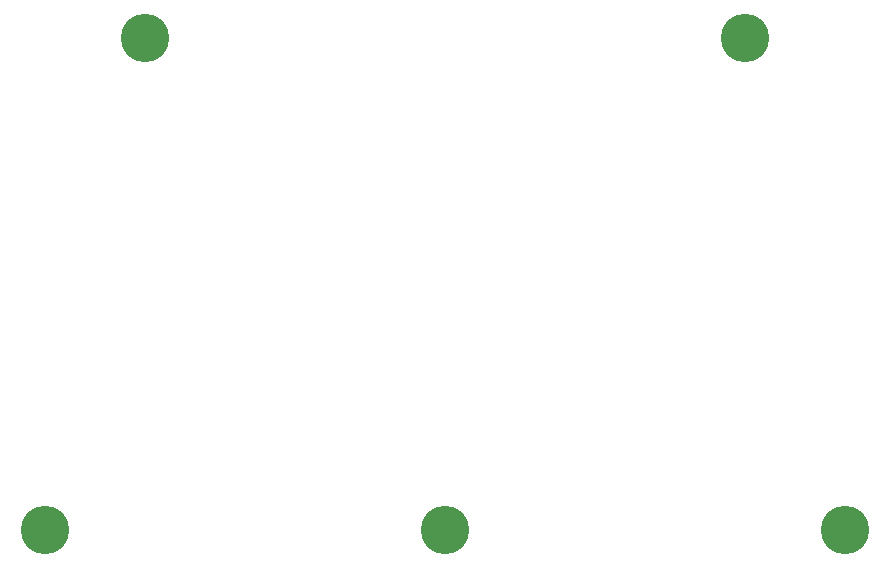
<source format=gbr>
G04 #@! TF.GenerationSoftware,KiCad,Pcbnew,(6.0.2)*
G04 #@! TF.CreationDate,2022-04-18T11:06:33+01:00*
G04 #@! TF.ProjectId,VCO_KiCad_Project-20220418,56434f5f-4b69-4436-9164-5f50726f6a65,rev?*
G04 #@! TF.SameCoordinates,Original*
G04 #@! TF.FileFunction,Soldermask,Bot*
G04 #@! TF.FilePolarity,Negative*
%FSLAX46Y46*%
G04 Gerber Fmt 4.6, Leading zero omitted, Abs format (unit mm)*
G04 Created by KiCad (PCBNEW (6.0.2)) date 2022-04-18 11:06:33*
%MOMM*%
%LPD*%
G01*
G04 APERTURE LIST*
%ADD10C,4.102000*%
G04 APERTURE END LIST*
D10*
X149084640Y-82227820D03*
X182949640Y-82227820D03*
X174484640Y-40542820D03*
X115219640Y-82227820D03*
X123684640Y-40542820D03*
M02*

</source>
